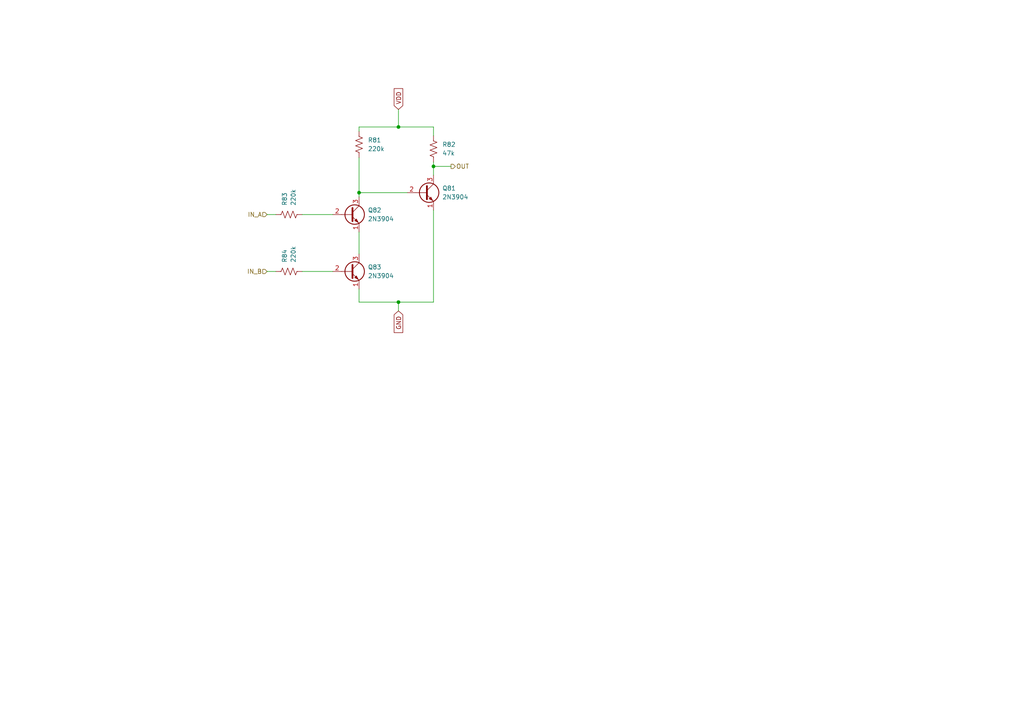
<source format=kicad_sch>
(kicad_sch (version 20250114) (generator "eeschema") (generator_version "9.0")
  (paper "A4")
  (lib_symbols
    (symbol "Device:R_US" (pin_numbers (hide yes)) (pin_names (offset 0))
      (property "Reference" "R" (at 2.54 0 90))
      (property "Value" "R_US" (at -2.54 0 90))
      (symbol "R_US_0_1"
        (polyline (pts (xy 0 2.286) (xy 0 2.54)))
        (polyline (pts (xy 0 2.286) (xy 1.016 1.905) (xy 0 1.524) (xy -1.016 1.143) (xy 0 0.762)))
        (polyline (pts (xy 0 0.762) (xy 1.016 0.381) (xy 0 0) (xy -1.016 -0.381) (xy 0 -0.762)))
        (polyline (pts (xy 0 -0.762) (xy 1.016 -1.143) (xy 0 -1.524) (xy -1.016 -1.905) (xy 0 -2.286)))
        (polyline (pts (xy 0 -2.286) (xy 0 -2.54)))
      )
      (symbol "R_US_1_1"
        (pin passive line (at 0 3.81 270) (length 1.27) (name "~") (number "1"))
        (pin passive line (at 0 -3.81 90) (length 1.27) (name "~") (number "2"))
      )
    )
    (symbol "Transistor_BJT:2N3904" (pin_names (offset 0) (hide yes))
      (property "Reference" "Q" (at 5.08 1.905 0))
      (property "Value" "2N3904" (at 5.08 0 0))
      (symbol "2N3904_0_1"
        (polyline (pts (xy -2.54 0) (xy 0.635 0)))
        (polyline (pts (xy 0.635 1.905) (xy 0.635 -1.905)) (stroke (width 0.508)))
        (circle (center 1.27 0) (radius 2.8194) (stroke (width 0.254)))
      )
      (symbol "2N3904_1_1"
        (polyline (pts (xy 0.635 0.635) (xy 2.54 2.54)))
        (polyline (pts (xy 0.635 -0.635) (xy 2.54 -2.54)))
        (polyline (pts (xy 1.27 -1.778) (xy 1.778 -1.27) (xy 2.286 -2.286) (xy 1.27 -1.778)) (fill (type outline)))
        (pin input line (at -5.08 0 0) (length 2.54) (name "B") (number "2"))
        (pin passive line (at 2.54 5.08 270) (length 2.54) (name "C") (number "3"))
        (pin passive line (at 2.54 -5.08 90) (length 2.54) (name "E") (number "1"))
      )
    )
  )
  (junction (at 115.57 87.63))
  (junction (at 115.57 36.83))
  (junction (at 104.14 55.88))
  (junction (at 125.73 48.26))
  (wire (pts (xy 104.14 36.83) (xy 115.57 36.83)))
  (wire (pts (xy 104.14 67.31) (xy 104.14 73.66)))
  (wire (pts (xy 104.14 45.72) (xy 104.14 55.88)))
  (wire (pts (xy 115.57 36.83) (xy 125.73 36.83)))
  (wire (pts (xy 104.14 83.82) (xy 104.14 87.63)))
  (wire (pts (xy 77.47 62.23) (xy 80.01 62.23)))
  (wire (pts (xy 125.73 48.26) (xy 125.73 50.8)))
  (wire (pts (xy 104.14 87.63) (xy 115.57 87.63)))
  (wire (pts (xy 125.73 87.63) (xy 125.73 60.96)))
  (wire (pts (xy 125.73 48.26) (xy 130.81 48.26)))
  (wire (pts (xy 115.57 87.63) (xy 125.73 87.63)))
  (wire (pts (xy 104.14 55.88) (xy 104.14 57.15)))
  (wire (pts (xy 87.63 78.74) (xy 96.52 78.74)))
  (wire (pts (xy 115.57 31.75) (xy 115.57 36.83)))
  (wire (pts (xy 77.47 78.74) (xy 80.01 78.74)))
  (wire (pts (xy 125.73 36.83) (xy 125.73 39.37)))
  (wire (pts (xy 125.73 46.99) (xy 125.73 48.26)))
  (wire (pts (xy 87.63 62.23) (xy 96.52 62.23)))
  (wire (pts (xy 104.14 38.1) (xy 104.14 36.83)))
  (wire (pts (xy 104.14 55.88) (xy 118.11 55.88)))
  (wire (pts (xy 115.57 87.63) (xy 115.57 90.17)))
  (global_label "GND" (shape input) (at 115.57 90.17 270) (property "Intersheetrefs" "${INTERSHEET_REFS}" (effects (hide yes))))
  (global_label "VDD" (shape input) (at 115.57 31.75 90) (property "Intersheetrefs" "${INTERSHEET_REFS}" (effects (hide yes))))
  (hierarchical_label "OUT" (shape output) (at 130.81 48.26 0))
  (hierarchical_label "IN_B" (shape input) (at 77.47 78.74 180))
  (hierarchical_label "IN_A" (shape input) (at 77.47 62.23 180))
  (symbol (lib_id "Transistor_BJT:2N3904") (at 101.6 78.74 0) (unit 1)
    (property "Reference" "Q83" (at 106.68 77.4699 0) (effects (justify left)))
    (property "Value" "2N3904" (at 106.68 80.0099 0) (effects (justify left)))
    (property "Footprint" "MyLibrary:TO-92_Inline" (effects (hide yes)))
    (property "Sim.Library" "2N3904_model.txt" (effects (hide yes)))
    (property "Sim.Name" "2N3904" (effects (hide yes)))
    (property "Sim.Device" "NPN" (effects (hide yes)))
    (property "Sim.Type" "GUMMELPOON" (effects (hide yes)))
    (property "Sim.Pins" "1=E 2=B 3=C" (effects (hide yes)))
    (instances (project "ICD24_FA" (path "" (reference "Q83") (unit 1)) (path "" (reference "Q513") (unit 1)) (path "" (reference "Q516") (unit 1)) (path "" (reference "Q437") (unit 1)) (path "" (reference "Q440") (unit 1)) (path "" (reference "Q475") (unit 1)) (path "" (reference "Q478") (unit 1)) (path "" (reference "Q456") (unit 1)) (path "" (reference "Q459") (unit 1)) (path "" (reference "Q494") (unit 1)) (path "" (reference "Q497") (unit 1)) (path "" (reference "Q532") (unit 1)) (path "" (reference "Q535") (unit 1)) (path "" (reference "Q551") (unit 1)) (path "" (reference "Q554") (unit 1)) (path "" (reference "Q570") (unit 1)) (path "" (reference "Q573") (unit 1)) (path "" (reference "Q114") (unit 1)) (path "" (reference "Q111") (unit 1)) (path "" (reference "Q1") (unit 1)) (path "" (reference "Q8") (unit 1)) (path "" (reference "Q209") (unit 1)) (path "" (reference "Q212") (unit 1)) (path "" (reference "Q133") (unit 1)) (path "" (reference "Q136") (unit 1)) (path "" (reference "Q171") (unit 1)) (path "" (reference "Q174") (unit 1)) (path "" (reference "Q152") (unit 1)) (path "" (reference "Q155") (unit 1)) (path "" (reference "Q190") (unit 1)) (path "" (reference "Q193") (unit 1)) (path "" (reference "Q228") (unit 1)) (path "" (reference "Q231") (unit 1)) (path "" (reference "Q247") (unit 1)) (path "" (reference "Q250") (unit 1)) (path "" (reference "Q266") (unit 1)) (path "" (reference "Q269") (unit 1)) (path "" (reference "Q399") (unit 1)) (path "" (reference "Q402") (unit 1)) (path "" (reference "Q361") (unit 1)) (path "" (reference "Q364") (unit 1)) (path "" (reference "Q380") (unit 1)) (path "" (reference "Q383") (unit 1)) (path "" (reference "Q323") (unit 1)) (path "" (reference "Q326") (unit 1)) (path "" (reference "Q342") (unit 1)) (path "" (reference "Q345") (unit 1)) (path "" (reference "Q418") (unit 1)) (path "" (reference "Q421") (unit 1)) (path "" (reference "Q285") (unit 1)) (path "" (reference "Q288") (unit 1)) (path "" (reference "Q304") (unit 1)) (path "" (reference "Q307") (unit 1))))
  )
  (symbol (lib_id "Device:R_US") (at 83.82 78.74 90) (unit 1)
    (property "Reference" "R84" (at 82.5499 76.2 0) (effects (justify left)))
    (property "Value" "220k" (at 85.0899 76.2 0) (effects (justify left)))
    (property "Footprint" "Resistor_THT:R_Axial_DIN0309_L9.0mm_D3.2mm_P15.24mm_Horizontal" (effects (hide yes)))
    (property "Description" "Resistor, US symbol" (effects (hide yes)))
    (instances (project "ICD24_FA" (path "" (reference "R84") (unit 1)) (path "" (reference "R746") (unit 1)) (path "" (reference "R750") (unit 1)) (path "" (reference "R634") (unit 1)) (path "" (reference "R638") (unit 1)) (path "" (reference "R690") (unit 1)) (path "" (reference "R694") (unit 1)) (path "" (reference "R662") (unit 1)) (path "" (reference "R666") (unit 1)) (path "" (reference "R718") (unit 1)) (path "" (reference "R722") (unit 1)) (path "" (reference "R774") (unit 1)) (path "" (reference "R778") (unit 1)) (path "" (reference "R802") (unit 1)) (path "" (reference "R806") (unit 1)) (path "" (reference "R830") (unit 1)) (path "" (reference "R834") (unit 1)) (path "" (reference "R132") (unit 1)) (path "" (reference "R128") (unit 1)) (path "" (reference "R3") (unit 1)) (path "" (reference "R14") (unit 1)) (path "" (reference "R298") (unit 1)) (path "" (reference "R302") (unit 1)) (path "" (reference "R186") (unit 1)) (path "" (reference "R190") (unit 1)) (path "" (reference "R242") (unit 1)) (path "" (reference "R246") (unit 1)) (path "" (reference "R214") (unit 1)) (path "" (reference "R218") (unit 1)) (path "" (reference "R270") (unit 1)) (path "" (reference "R274") (unit 1)) (path "" (reference "R326") (unit 1)) (path "" (reference "R330") (unit 1)) (path "" (reference "R354") (unit 1)) (path "" (reference "R358") (unit 1)) (path "" (reference "R382") (unit 1)) (path "" (reference "R386") (unit 1)) (path "" (reference "R578") (unit 1)) (path "" (reference "R582") (unit 1)) (path "" (reference "R522") (unit 1)) (path "" (reference "R526") (unit 1)) (path "" (reference "R550") (unit 1)) (path "" (reference "R554") (unit 1)) (path "" (reference "R466") (unit 1)) (path "" (reference "R470") (unit 1)) (path "" (reference "R494") (unit 1)) (path "" (reference "R498") (unit 1)) (path "" (reference "R606") (unit 1)) (path "" (reference "R610") (unit 1)) (path "" (reference "R410") (unit 1)) (path "" (reference "R414") (unit 1)) (path "" (reference "R438") (unit 1)) (path "" (reference "R442") (unit 1))))
  )
  (symbol (lib_id "Device:R_US") (at 104.14 41.91 0) (unit 1)
    (property "Reference" "R81" (at 106.68 40.6399 0) (effects (justify left)))
    (property "Value" "220k" (at 106.68 43.1799 0) (effects (justify left)))
    (property "Footprint" "Resistor_THT:R_Axial_DIN0309_L9.0mm_D3.2mm_P15.24mm_Horizontal" (effects (hide yes)))
    (property "Description" "Resistor, US symbol" (effects (hide yes)))
    (instances (project "ICD24_FA" (path "" (reference "R81") (unit 1)) (path "" (reference "R743") (unit 1)) (path "" (reference "R747") (unit 1)) (path "" (reference "R631") (unit 1)) (path "" (reference "R635") (unit 1)) (path "" (reference "R687") (unit 1)) (path "" (reference "R691") (unit 1)) (path "" (reference "R659") (unit 1)) (path "" (reference "R663") (unit 1)) (path "" (reference "R715") (unit 1)) (path "" (reference "R719") (unit 1)) (path "" (reference "R771") (unit 1)) (path "" (reference "R775") (unit 1)) (path "" (reference "R799") (unit 1)) (path "" (reference "R803") (unit 1)) (path "" (reference "R827") (unit 1)) (path "" (reference "R831") (unit 1)) (path "" (reference "R129") (unit 1)) (path "" (reference "R125") (unit 1)) (path "" (reference "R4") (unit 1)) (path "" (reference "R6") (unit 1)) (path "" (reference "R295") (unit 1)) (path "" (reference "R299") (unit 1)) (path "" (reference "R183") (unit 1)) (path "" (reference "R187") (unit 1)) (path "" (reference "R239") (unit 1)) (path "" (reference "R243") (unit 1)) (path "" (reference "R211") (unit 1)) (path "" (reference "R215") (unit 1)) (path "" (reference "R267") (unit 1)) (path "" (reference "R271") (unit 1)) (path "" (reference "R323") (unit 1)) (path "" (reference "R327") (unit 1)) (path "" (reference "R351") (unit 1)) (path "" (reference "R355") (unit 1)) (path "" (reference "R379") (unit 1)) (path "" (reference "R383") (unit 1)) (path "" (reference "R575") (unit 1)) (path "" (reference "R579") (unit 1)) (path "" (reference "R519") (unit 1)) (path "" (reference "R523") (unit 1)) (path "" (reference "R547") (unit 1)) (path "" (reference "R551") (unit 1)) (path "" (reference "R463") (unit 1)) (path "" (reference "R467") (unit 1)) (path "" (reference "R491") (unit 1)) (path "" (reference "R495") (unit 1)) (path "" (reference "R603") (unit 1)) (path "" (reference "R607") (unit 1)) (path "" (reference "R407") (unit 1)) (path "" (reference "R411") (unit 1)) (path "" (reference "R435") (unit 1)) (path "" (reference "R439") (unit 1))))
  )
  (symbol (lib_id "Device:R_US") (at 83.82 62.23 90) (unit 1)
    (property "Reference" "R83" (at 82.5499 59.69 0) (effects (justify left)))
    (property "Value" "220k" (at 85.0899 59.69 0) (effects (justify left)))
    (property "Footprint" "Resistor_THT:R_Axial_DIN0309_L9.0mm_D3.2mm_P15.24mm_Horizontal" (effects (hide yes)))
    (property "Description" "Resistor, US symbol" (effects (hide yes)))
    (instances (project "ICD24_FA" (path "" (reference "R83") (unit 1)) (path "" (reference "R745") (unit 1)) (path "" (reference "R749") (unit 1)) (path "" (reference "R633") (unit 1)) (path "" (reference "R637") (unit 1)) (path "" (reference "R689") (unit 1)) (path "" (reference "R693") (unit 1)) (path "" (reference "R661") (unit 1)) (path "" (reference "R665") (unit 1)) (path "" (reference "R717") (unit 1)) (path "" (reference "R721") (unit 1)) (path "" (reference "R773") (unit 1)) (path "" (reference "R777") (unit 1)) (path "" (reference "R801") (unit 1)) (path "" (reference "R805") (unit 1)) (path "" (reference "R829") (unit 1)) (path "" (reference "R833") (unit 1)) (path "" (reference "R131") (unit 1)) (path "" (reference "R127") (unit 1)) (path "" (reference "R7") (unit 1)) (path "" (reference "R13") (unit 1)) (path "" (reference "R297") (unit 1)) (path "" (reference "R301") (unit 1)) (path "" (reference "R185") (unit 1)) (path "" (reference "R189") (unit 1)) (path "" (reference "R241") (unit 1)) (path "" (reference "R245") (unit 1)) (path "" (reference "R213") (unit 1)) (path "" (reference "R217") (unit 1)) (path "" (reference "R269") (unit 1)) (path "" (reference "R273") (unit 1)) (path "" (reference "R325") (unit 1)) (path "" (reference "R329") (unit 1)) (path "" (reference "R353") (unit 1)) (path "" (reference "R357") (unit 1)) (path "" (reference "R381") (unit 1)) (path "" (reference "R385") (unit 1)) (path "" (reference "R577") (unit 1)) (path "" (reference "R581") (unit 1)) (path "" (reference "R521") (unit 1)) (path "" (reference "R525") (unit 1)) (path "" (reference "R549") (unit 1)) (path "" (reference "R553") (unit 1)) (path "" (reference "R465") (unit 1)) (path "" (reference "R469") (unit 1)) (path "" (reference "R493") (unit 1)) (path "" (reference "R497") (unit 1)) (path "" (reference "R605") (unit 1)) (path "" (reference "R609") (unit 1)) (path "" (reference "R409") (unit 1)) (path "" (reference "R413") (unit 1)) (path "" (reference "R437") (unit 1)) (path "" (reference "R441") (unit 1))))
  )
  (symbol (lib_id "Transistor_BJT:2N3904") (at 123.19 55.88 0) (unit 1)
    (property "Reference" "Q81" (at 128.27 54.6099 0) (effects (justify left)))
    (property "Value" "2N3904" (at 128.27 57.1499 0) (effects (justify left)))
    (property "Footprint" "MyLibrary:TO-92_Inline" (effects (hide yes)))
    (property "Sim.Library" "2N3904_model.txt" (effects (hide yes)))
    (property "Sim.Name" "2N3904" (effects (hide yes)))
    (property "Sim.Device" "NPN" (effects (hide yes)))
    (property "Sim.Type" "GUMMELPOON" (effects (hide yes)))
    (property "Sim.Pins" "1=E 2=B 3=C" (effects (hide yes)))
    (instances (project "ICD24_FA" (path "" (reference "Q81") (unit 1)) (path "" (reference "Q511") (unit 1)) (path "" (reference "Q514") (unit 1)) (path "" (reference "Q435") (unit 1)) (path "" (reference "Q438") (unit 1)) (path "" (reference "Q473") (unit 1)) (path "" (reference "Q476") (unit 1)) (path "" (reference "Q454") (unit 1)) (path "" (reference "Q457") (unit 1)) (path "" (reference "Q492") (unit 1)) (path "" (reference "Q495") (unit 1)) (path "" (reference "Q530") (unit 1)) (path "" (reference "Q533") (unit 1)) (path "" (reference "Q549") (unit 1)) (path "" (reference "Q552") (unit 1)) (path "" (reference "Q568") (unit 1)) (path "" (reference "Q571") (unit 1)) (path "" (reference "Q112") (unit 1)) (path "" (reference "Q109") (unit 1)) (path "" (reference "Q5") (unit 1)) (path "" (reference "Q7") (unit 1)) (path "" (reference "Q207") (unit 1)) (path "" (reference "Q210") (unit 1)) (path "" (reference "Q131") (unit 1)) (path "" (reference "Q134") (unit 1)) (path "" (reference "Q169") (unit 1)) (path "" (reference "Q172") (unit 1)) (path "" (reference "Q150") (unit 1)) (path "" (reference "Q153") (unit 1)) (path "" (reference "Q188") (unit 1)) (path "" (reference "Q191") (unit 1)) (path "" (reference "Q226") (unit 1)) (path "" (reference "Q229") (unit 1)) (path "" (reference "Q245") (unit 1)) (path "" (reference "Q248") (unit 1)) (path "" (reference "Q264") (unit 1)) (path "" (reference "Q267") (unit 1)) (path "" (reference "Q397") (unit 1)) (path "" (reference "Q400") (unit 1)) (path "" (reference "Q359") (unit 1)) (path "" (reference "Q362") (unit 1)) (path "" (reference "Q378") (unit 1)) (path "" (reference "Q381") (unit 1)) (path "" (reference "Q321") (unit 1)) (path "" (reference "Q324") (unit 1)) (path "" (reference "Q340") (unit 1)) (path "" (reference "Q343") (unit 1)) (path "" (reference "Q416") (unit 1)) (path "" (reference "Q419") (unit 1)) (path "" (reference "Q283") (unit 1)) (path "" (reference "Q286") (unit 1)) (path "" (reference "Q302") (unit 1)) (path "" (reference "Q305") (unit 1))))
  )
  (symbol (lib_id "Transistor_BJT:2N3904") (at 101.6 62.23 0) (unit 1)
    (property "Reference" "Q82" (at 106.68 60.9599 0) (effects (justify left)))
    (property "Value" "2N3904" (at 106.68 63.4999 0) (effects (justify left)))
    (property "Footprint" "MyLibrary:TO-92_Inline" (effects (hide yes)))
    (property "Sim.Library" "2N3904_model.txt" (effects (hide yes)))
    (property "Sim.Name" "2N3904" (effects (hide yes)))
    (property "Sim.Device" "NPN" (effects (hide yes)))
    (property "Sim.Type" "GUMMELPOON" (effects (hide yes)))
    (property "Sim.Pins" "1=E 2=B 3=C" (effects (hide yes)))
    (instances (project "ICD24_FA" (path "" (reference "Q82") (unit 1)) (path "" (reference "Q512") (unit 1)) (path "" (reference "Q515") (unit 1)) (path "" (reference "Q436") (unit 1)) (path "" (reference "Q439") (unit 1)) (path "" (reference "Q474") (unit 1)) (path "" (reference "Q477") (unit 1)) (path "" (reference "Q455") (unit 1)) (path "" (reference "Q458") (unit 1)) (path "" (reference "Q493") (unit 1)) (path "" (reference "Q496") (unit 1)) (path "" (reference "Q531") (unit 1)) (path "" (reference "Q534") (unit 1)) (path "" (reference "Q550") (unit 1)) (path "" (reference "Q553") (unit 1)) (path "" (reference "Q569") (unit 1)) (path "" (reference "Q572") (unit 1)) (path "" (reference "Q113") (unit 1)) (path "" (reference "Q110") (unit 1)) (path "" (reference "Q6") (unit 1)) (path "" (reference "Q9") (unit 1)) (path "" (reference "Q208") (unit 1)) (path "" (reference "Q211") (unit 1)) (path "" (reference "Q132") (unit 1)) (path "" (reference "Q135") (unit 1)) (path "" (reference "Q170") (unit 1)) (path "" (reference "Q173") (unit 1)) (path "" (reference "Q151") (unit 1)) (path "" (reference "Q154") (unit 1)) (path "" (reference "Q189") (unit 1)) (path "" (reference "Q192") (unit 1)) (path "" (reference "Q227") (unit 1)) (path "" (reference "Q230") (unit 1)) (path "" (reference "Q246") (unit 1)) (path "" (reference "Q249") (unit 1)) (path "" (reference "Q265") (unit 1)) (path "" (reference "Q268") (unit 1)) (path "" (reference "Q398") (unit 1)) (path "" (reference "Q401") (unit 1)) (path "" (reference "Q360") (unit 1)) (path "" (reference "Q363") (unit 1)) (path "" (reference "Q379") (unit 1)) (path "" (reference "Q382") (unit 1)) (path "" (reference "Q322") (unit 1)) (path "" (reference "Q325") (unit 1)) (path "" (reference "Q341") (unit 1)) (path "" (reference "Q344") (unit 1)) (path "" (reference "Q417") (unit 1)) (path "" (reference "Q420") (unit 1)) (path "" (reference "Q284") (unit 1)) (path "" (reference "Q287") (unit 1)) (path "" (reference "Q303") (unit 1)) (path "" (reference "Q306") (unit 1))))
  )
  (symbol (lib_id "Device:R_US") (at 125.73 43.18 0) (unit 1)
    (property "Reference" "R82" (at 128.27 41.9099 0) (effects (justify left)))
    (property "Value" "47k" (at 128.27 44.4499 0) (effects (justify left)))
    (property "Footprint" "Resistor_THT:R_Axial_DIN0309_L9.0mm_D3.2mm_P15.24mm_Horizontal" (effects (hide yes)))
    (property "Description" "Resistor, US symbol" (effects (hide yes)))
    (instances (project "ICD24_FA" (path "" (reference "R82") (unit 1)) (path "" (reference "R744") (unit 1)) (path "" (reference "R748") (unit 1)) (path "" (reference "R632") (unit 1)) (path "" (reference "R636") (unit 1)) (path "" (reference "R688") (unit 1)) (path "" (reference "R692") (unit 1)) (path "" (reference "R660") (unit 1)) (path "" (reference "R664") (unit 1)) (path "" (reference "R716") (unit 1)) (path "" (reference "R720") (unit 1)) (path "" (reference "R772") (unit 1)) (path "" (reference "R776") (unit 1)) (path "" (reference "R800") (unit 1)) (path "" (reference "R804") (unit 1)) (path "" (reference "R828") (unit 1)) (path "" (reference "R832") (unit 1)) (path "" (reference "R130") (unit 1)) (path "" (reference "R126") (unit 1)) (path "" (reference "R5") (unit 1)) (path "" (reference "R8") (unit 1)) (path "" (reference "R296") (unit 1)) (path "" (reference "R300") (unit 1)) (path "" (reference "R184") (unit 1)) (path "" (reference "R188") (unit 1)) (path "" (reference "R240") (unit 1)) (path "" (reference "R244") (unit 1)) (path "" (reference "R212") (unit 1)) (path "" (reference "R216") (unit 1)) (path "" (reference "R268") (unit 1)) (path "" (reference "R272") (unit 1)) (path "" (reference "R324") (unit 1)) (path "" (reference "R328") (unit 1)) (path "" (reference "R352") (unit 1)) (path "" (reference "R356") (unit 1)) (path "" (reference "R380") (unit 1)) (path "" (reference "R384") (unit 1)) (path "" (reference "R576") (unit 1)) (path "" (reference "R580") (unit 1)) (path "" (reference "R520") (unit 1)) (path "" (reference "R524") (unit 1)) (path "" (reference "R548") (unit 1)) (path "" (reference "R552") (unit 1)) (path "" (reference "R464") (unit 1)) (path "" (reference "R468") (unit 1)) (path "" (reference "R492") (unit 1)) (path "" (reference "R496") (unit 1)) (path "" (reference "R604") (unit 1)) (path "" (reference "R608") (unit 1)) (path "" (reference "R408") (unit 1)) (path "" (reference "R412") (unit 1)) (path "" (reference "R436") (unit 1)) (path "" (reference "R440") (unit 1))))
  )
)
</source>
